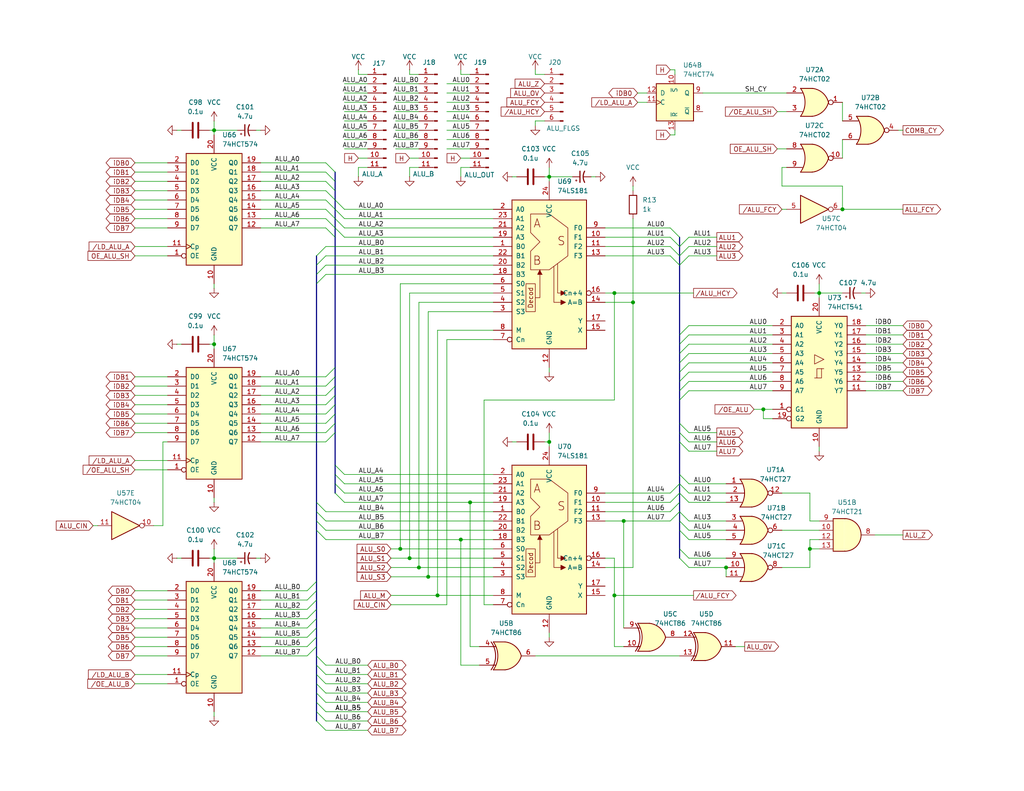
<source format=kicad_sch>
(kicad_sch (version 20250114) (generator "eeschema") (generator_version "9.0")
  (paper "A")
  (title_block (title "TTL 6510 Computer") (date "2025-10-20") (rev "B") (company "Stefan Warnke") (comment 9 "CPU_6502_Opcodes.txt"))
  (junction (at 223.52 80.01))
  (junction (at 119.38 162.56))
  (junction (at 167.64 80.01))
  (junction (at 111.76 152.4))
  (junction (at 128.27 137.16))
  (junction (at 125.73 147.32))
  (junction (at 58.42 93.98))
  (junction (at 220.98 149.86))
  (junction (at 198.12 154.94))
  (junction (at 114.3 154.94))
  (junction (at 58.42 35.56))
  (junction (at 172.72 82.55))
  (junction (at 170.18 142.24))
  (junction (at 167.64 162.56))
  (junction (at 149.86 120.65))
  (junction (at 58.42 152.4))
  (junction (at 116.84 157.48))
  (junction (at 229.87 57.15))
  (junction (at 109.22 149.86))
  (junction (at 149.86 48.26))
  (junction (at 208.28 111.76))
  (bus_entry (at 88.9 118.11) (size 2.54 -2.54))
  (bus_entry (at 185.42 149.86) (size 2.54 2.54))
  (bus_entry (at 88.9 110.49) (size 2.54 -2.54))
  (bus_entry (at 91.44 57.15) (size 2.54 2.54))
  (bus_entry (at 86.36 184.15) (size 2.54 2.54))
  (bus_entry (at 185.42 134.62) (size 2.54 2.54))
  (bus_entry (at 86.36 74.93) (size 2.54 -2.54))
  (bus_entry (at 91.44 62.23) (size 2.54 2.54))
  (bus_entry (at 88.9 107.95) (size 2.54 -2.54))
  (bus_entry (at 88.9 147.32) (size -2.54 -2.54))
  (bus_entry (at 88.9 139.7) (size -2.54 -2.54))
  (bus_entry (at 91.44 59.69) (size 2.54 2.54))
  (bus_entry (at 91.44 134.62) (size 2.54 2.54))
  (bus_entry (at 88.9 120.65) (size 2.54 -2.54))
  (bus_entry (at 86.36 181.61) (size 2.54 2.54))
  (bus_entry (at 88.9 49.53) (size 2.54 2.54))
  (bus_entry (at 185.42 93.98) (size 2.54 -2.54))
  (bus_entry (at 88.9 59.69) (size 2.54 2.54))
  (bus_entry (at 182.88 67.31) (size 2.54 2.54))
  (bus_entry (at 86.36 179.07) (size 2.54 2.54))
  (bus_entry (at 185.42 152.4) (size 2.54 2.54))
  (bus_entry (at 83.82 179.07) (size 2.54 -2.54))
  (bus_entry (at 88.9 102.87) (size 2.54 -2.54))
  (bus_entry (at 88.9 46.99) (size 2.54 2.54))
  (bus_entry (at 83.82 168.91) (size 2.54 -2.54))
  (bus_entry (at 86.36 191.77) (size 2.54 2.54))
  (bus_entry (at 83.82 163.83) (size 2.54 -2.54))
  (bus_entry (at 182.88 62.23) (size 2.54 2.54))
  (bus_entry (at 182.88 64.77) (size 2.54 2.54))
  (bus_entry (at 91.44 54.61) (size 2.54 2.54))
  (bus_entry (at 88.9 144.78) (size -2.54 -2.54))
  (bus_entry (at 86.36 186.69) (size 2.54 2.54))
  (bus_entry (at 185.42 72.39) (size 2.54 -2.54))
  (bus_entry (at 185.42 91.44) (size 2.54 -2.54))
  (bus_entry (at 185.42 129.54) (size 2.54 2.54))
  (bus_entry (at 91.44 132.08) (size 2.54 2.54))
  (bus_entry (at 83.82 176.53) (size 2.54 -2.54))
  (bus_entry (at 182.88 142.24) (size 2.54 -2.54))
  (bus_entry (at 86.36 77.47) (size 2.54 -2.54))
  (bus_entry (at 185.42 144.78) (size 2.54 2.54))
  (bus_entry (at 86.36 196.85) (size 2.54 2.54))
  (bus_entry (at 182.88 134.62) (size 2.54 -2.54))
  (bus_entry (at 185.42 67.31) (size 2.54 -2.54))
  (bus_entry (at 185.42 101.6) (size 2.54 -2.54))
  (bus_entry (at 185.42 142.24) (size 2.54 2.54))
  (bus_entry (at 83.82 161.29) (size 2.54 -2.54))
  (bus_entry (at 185.42 115.57) (size 2.54 2.54))
  (bus_entry (at 88.9 54.61) (size 2.54 2.54))
  (bus_entry (at 88.9 52.07) (size 2.54 2.54))
  (bus_entry (at 86.36 72.39) (size 2.54 -2.54))
  (bus_entry (at 88.9 113.03) (size 2.54 -2.54))
  (bus_entry (at 185.42 104.14) (size 2.54 -2.54))
  (bus_entry (at 182.88 69.85) (size 2.54 2.54))
  (bus_entry (at 83.82 171.45) (size 2.54 -2.54))
  (bus_entry (at 91.44 127) (size 2.54 2.54))
  (bus_entry (at 185.42 118.11) (size 2.54 2.54))
  (bus_entry (at 83.82 166.37) (size 2.54 -2.54))
  (bus_entry (at 185.42 106.68) (size 2.54 -2.54))
  (bus_entry (at 86.36 194.31) (size 2.54 2.54))
  (bus_entry (at 86.36 69.85) (size 2.54 -2.54))
  (bus_entry (at 88.9 105.41) (size 2.54 -2.54))
  (bus_entry (at 88.9 44.45) (size 2.54 2.54))
  (bus_entry (at 88.9 62.23) (size 2.54 2.54))
  (bus_entry (at 86.36 189.23) (size 2.54 2.54))
  (bus_entry (at 182.88 139.7) (size 2.54 -2.54))
  (bus_entry (at 185.42 139.7) (size 2.54 2.54))
  (bus_entry (at 185.42 109.22) (size 2.54 -2.54))
  (bus_entry (at 185.42 99.06) (size 2.54 -2.54))
  (bus_entry (at 185.42 120.65) (size 2.54 2.54))
  (bus_entry (at 88.9 115.57) (size 2.54 -2.54))
  (bus_entry (at 185.42 96.52) (size 2.54 -2.54))
  (bus_entry (at 182.88 137.16) (size 2.54 -2.54))
  (bus_entry (at 88.9 57.15) (size 2.54 2.54))
  (bus_entry (at 88.9 142.24) (size -2.54 -2.54))
  (bus_entry (at 185.42 132.08) (size 2.54 2.54))
  (bus_entry (at 83.82 173.99) (size 2.54 -2.54))
  (bus_entry (at 185.42 69.85) (size 2.54 -2.54))
  (bus_entry (at 91.44 129.54) (size 2.54 2.54))
  (bus (pts (xy 91.44 118.11) (xy 91.44 127)))
  (wire (pts (xy 165.1 64.77) (xy 182.88 64.77)))
  (wire (pts (xy 88.9 196.85) (xy 100.33 196.85)))
  (bus (pts (xy 86.36 168.91) (xy 86.36 171.45)))
  (wire (pts (xy 71.12 57.15) (xy 88.9 57.15)))
  (wire (pts (xy 132.08 109.22) (xy 132.08 165.1)))
  (wire (pts (xy 100.33 33.02) (xy 93.98 33.02)))
  (wire (pts (xy 88.9 186.69) (xy 100.33 186.69)))
  (wire (pts (xy 187.96 134.62) (xy 198.12 134.62)))
  (wire (pts (xy 114.3 20.32) (xy 111.76 20.32)))
  (wire (pts (xy 93.98 129.54) (xy 134.62 129.54)))
  (wire (pts (xy 220.98 147.32) (xy 220.98 149.86)))
  (wire (pts (xy 36.83 118.11) (xy 45.72 118.11)))
  (bus (pts (xy 185.42 69.85) (xy 185.42 72.39)))
  (wire (pts (xy 36.83 46.99) (xy 45.72 46.99)))
  (wire (pts (xy 48.26 93.98) (xy 49.53 93.98)))
  (wire (pts (xy 88.9 72.39) (xy 134.62 72.39)))
  (bus (pts (xy 185.42 104.14) (xy 185.42 106.68)))
  (bus (pts (xy 91.44 52.07) (xy 91.44 54.61)))
  (wire (pts (xy 58.42 35.56) (xy 58.42 36.83)))
  (bus (pts (xy 185.42 139.7) (xy 185.42 142.24)))
  (wire (pts (xy 93.98 62.23) (xy 134.62 62.23)))
  (wire (pts (xy 165.1 154.94) (xy 172.72 154.94)))
  (wire (pts (xy 88.9 181.61) (xy 100.33 181.61)))
  (bus (pts (xy 86.36 181.61) (xy 86.36 184.15)))
  (bus (pts (xy 185.42 93.98) (xy 185.42 96.52)))
  (bus (pts (xy 91.44 115.57) (xy 91.44 118.11)))
  (wire (pts (xy 57.15 93.98) (xy 58.42 93.98)))
  (wire (pts (xy 106.68 152.4) (xy 111.76 152.4)))
  (wire (pts (xy 88.9 184.15) (xy 100.33 184.15)))
  (wire (pts (xy 198.12 154.94) (xy 198.12 157.48)))
  (wire (pts (xy 161.29 48.26) (xy 162.56 48.26)))
  (wire (pts (xy 128.27 38.1) (xy 121.92 38.1)))
  (wire (pts (xy 100.33 20.32) (xy 97.79 20.32)))
  (wire (pts (xy 93.98 64.77) (xy 134.62 64.77)))
  (wire (pts (xy 36.83 62.23) (xy 45.72 62.23)))
  (wire (pts (xy 88.9 199.39) (xy 100.33 199.39)))
  (wire (pts (xy 114.3 43.18) (xy 111.76 43.18)))
  (wire (pts (xy 182.88 19.05) (xy 184.15 19.05)))
  (wire (pts (xy 223.52 77.47) (xy 223.52 80.01)))
  (wire (pts (xy 71.12 107.95) (xy 88.9 107.95)))
  (wire (pts (xy 71.12 168.91) (xy 83.82 168.91)))
  (wire (pts (xy 71.12 115.57) (xy 88.9 115.57)))
  (wire (pts (xy 125.73 147.32) (xy 125.73 181.61)))
  (wire (pts (xy 128.27 22.86) (xy 121.92 22.86)))
  (wire (pts (xy 223.52 147.32) (xy 220.98 147.32)))
  (wire (pts (xy 88.9 191.77) (xy 100.33 191.77)))
  (wire (pts (xy 213.36 45.72) (xy 213.36 50.8)))
  (wire (pts (xy 36.83 179.07) (xy 45.72 179.07)))
  (bus (pts (xy 86.36 171.45) (xy 86.36 173.99)))
  (bus (pts (xy 86.36 179.07) (xy 86.36 181.61)))
  (bus (pts (xy 185.42 99.06) (xy 185.42 101.6)))
  (wire (pts (xy 134.62 157.48) (xy 116.84 157.48)))
  (wire (pts (xy 36.83 44.45) (xy 45.72 44.45)))
  (bus (pts (xy 86.36 189.23) (xy 86.36 191.77)))
  (wire (pts (xy 36.83 105.41) (xy 45.72 105.41)))
  (wire (pts (xy 57.15 35.56) (xy 58.42 35.56)))
  (wire (pts (xy 114.3 154.94) (xy 134.62 154.94)))
  (wire (pts (xy 236.22 96.52) (xy 246.38 96.52)))
  (wire (pts (xy 71.12 176.53) (xy 83.82 176.53)))
  (wire (pts (xy 146.05 33.02) (xy 146.05 34.29)))
  (wire (pts (xy 71.12 179.07) (xy 83.82 179.07)))
  (wire (pts (xy 36.83 163.83) (xy 45.72 163.83)))
  (wire (pts (xy 128.27 40.64) (xy 121.92 40.64)))
  (bus (pts (xy 185.42 134.62) (xy 185.42 137.16)))
  (wire (pts (xy 134.62 82.55) (xy 114.3 82.55)))
  (wire (pts (xy 149.86 120.65) (xy 149.86 121.92)))
  (wire (pts (xy 100.33 22.86) (xy 93.98 22.86)))
  (bus (pts (xy 91.44 46.99) (xy 91.44 49.53)))
  (wire (pts (xy 88.9 144.78) (xy 134.62 144.78)))
  (wire (pts (xy 220.98 149.86) (xy 223.52 149.86)))
  (wire (pts (xy 71.12 113.03) (xy 88.9 113.03)))
  (wire (pts (xy 187.96 144.78) (xy 198.12 144.78)))
  (wire (pts (xy 88.9 139.7) (xy 134.62 139.7)))
  (wire (pts (xy 222.25 80.01) (xy 223.52 80.01)))
  (bus (pts (xy 185.42 109.22) (xy 185.42 115.57)))
  (bus (pts (xy 91.44 64.77) (xy 91.44 62.23)))
  (wire (pts (xy 71.12 163.83) (xy 83.82 163.83)))
  (wire (pts (xy 100.33 35.56) (xy 93.98 35.56)))
  (wire (pts (xy 69.85 152.4) (xy 71.12 152.4)))
  (bus (pts (xy 91.44 102.87) (xy 91.44 105.41)))
  (wire (pts (xy 187.96 69.85) (xy 195.58 69.85)))
  (wire (pts (xy 170.18 142.24) (xy 170.18 171.45)))
  (wire (pts (xy 71.12 105.41) (xy 88.9 105.41)))
  (wire (pts (xy 36.83 57.15) (xy 45.72 57.15)))
  (wire (pts (xy 187.96 88.9) (xy 210.82 88.9)))
  (wire (pts (xy 109.22 149.86) (xy 134.62 149.86)))
  (wire (pts (xy 173.99 27.94) (xy 176.53 27.94)))
  (wire (pts (xy 36.83 186.69) (xy 45.72 186.69)))
  (wire (pts (xy 109.22 77.47) (xy 109.22 149.86)))
  (bus (pts (xy 185.42 64.77) (xy 185.42 67.31)))
  (wire (pts (xy 128.27 43.18) (xy 125.73 43.18)))
  (wire (pts (xy 97.79 20.32) (xy 97.79 19.05)))
  (wire (pts (xy 88.9 147.32) (xy 125.73 147.32)))
  (bus (pts (xy 86.36 184.15) (xy 86.36 186.69)))
  (bus (pts (xy 86.36 173.99) (xy 86.36 176.53)))
  (bus (pts (xy 86.36 191.77) (xy 86.36 194.31)))
  (bus (pts (xy 185.42 142.24) (xy 185.42 144.78)))
  (wire (pts (xy 149.86 48.26) (xy 149.86 49.53)))
  (wire (pts (xy 36.83 176.53) (xy 45.72 176.53)))
  (wire (pts (xy 57.15 152.4) (xy 58.42 152.4)))
  (wire (pts (xy 236.22 104.14) (xy 246.38 104.14)))
  (wire (pts (xy 44.45 143.51) (xy 41.91 143.51)))
  (wire (pts (xy 208.28 111.76) (xy 208.28 114.3)))
  (wire (pts (xy 114.3 33.02) (xy 107.95 33.02)))
  (wire (pts (xy 149.86 45.72) (xy 149.86 48.26)))
  (wire (pts (xy 167.64 152.4) (xy 167.64 162.56)))
  (wire (pts (xy 229.87 27.94) (xy 229.87 33.02)))
  (wire (pts (xy 36.83 161.29) (xy 45.72 161.29)))
  (bus (pts (xy 91.44 107.95) (xy 91.44 110.49)))
  (wire (pts (xy 114.3 35.56) (xy 107.95 35.56)))
  (wire (pts (xy 149.86 172.72) (xy 149.86 173.99)))
  (wire (pts (xy 134.62 80.01) (xy 111.76 80.01)))
  (wire (pts (xy 187.96 137.16) (xy 198.12 137.16)))
  (bus (pts (xy 91.44 132.08) (xy 91.44 134.62)))
  (wire (pts (xy 139.7 120.65) (xy 140.97 120.65)))
  (wire (pts (xy 184.15 35.56) (xy 184.15 36.83)))
  (wire (pts (xy 58.42 152.4) (xy 58.42 153.67)))
  (wire (pts (xy 88.9 142.24) (xy 134.62 142.24)))
  (wire (pts (xy 88.9 69.85) (xy 134.62 69.85)))
  (wire (pts (xy 71.12 46.99) (xy 88.9 46.99)))
  (wire (pts (xy 97.79 45.72) (xy 97.79 48.26)))
  (wire (pts (xy 116.84 85.09) (xy 134.62 85.09)))
  (wire (pts (xy 125.73 20.32) (xy 125.73 19.05)))
  (wire (pts (xy 88.9 67.31) (xy 134.62 67.31)))
  (wire (pts (xy 106.68 162.56) (xy 119.38 162.56)))
  (wire (pts (xy 187.96 154.94) (xy 198.12 154.94)))
  (wire (pts (xy 25.4 143.51) (xy 26.67 143.51)))
  (wire (pts (xy 187.96 96.52) (xy 210.82 96.52)))
  (wire (pts (xy 48.26 152.4) (xy 49.53 152.4)))
  (wire (pts (xy 187.96 106.68) (xy 210.82 106.68)))
  (wire (pts (xy 170.18 142.24) (xy 182.88 142.24)))
  (wire (pts (xy 212.09 30.48) (xy 214.63 30.48)))
  (wire (pts (xy 187.96 99.06) (xy 210.82 99.06)))
  (wire (pts (xy 149.86 100.33) (xy 149.86 101.6)))
  (bus (pts (xy 185.42 132.08) (xy 185.42 134.62)))
  (bus (pts (xy 185.42 101.6) (xy 185.42 104.14)))
  (wire (pts (xy 165.1 80.01) (xy 167.64 80.01)))
  (wire (pts (xy 88.9 194.31) (xy 100.33 194.31)))
  (wire (pts (xy 167.64 162.56) (xy 167.64 176.53)))
  (wire (pts (xy 187.96 101.6) (xy 210.82 101.6)))
  (wire (pts (xy 71.12 44.45) (xy 88.9 44.45)))
  (bus (pts (xy 91.44 54.61) (xy 91.44 57.15)))
  (wire (pts (xy 167.64 162.56) (xy 189.23 162.56)))
  (bus (pts (xy 86.36 139.7) (xy 86.36 142.24)))
  (wire (pts (xy 125.73 147.32) (xy 134.62 147.32)))
  (bus (pts (xy 86.36 77.47) (xy 86.36 137.16)))
  (wire (pts (xy 167.64 109.22) (xy 132.08 109.22)))
  (bus (pts (xy 91.44 127) (xy 91.44 129.54)))
  (wire (pts (xy 58.42 194.31) (xy 58.42 195.58)))
  (wire (pts (xy 165.1 62.23) (xy 182.88 62.23)))
  (wire (pts (xy 187.96 142.24) (xy 198.12 142.24)))
  (wire (pts (xy 203.2 176.53) (xy 200.66 176.53)))
  (bus (pts (xy 86.36 161.29) (xy 86.36 163.83)))
  (wire (pts (xy 184.15 19.05) (xy 184.15 20.32)))
  (bus (pts (xy 91.44 64.77) (xy 91.44 100.33)))
  (wire (pts (xy 139.7 48.26) (xy 140.97 48.26)))
  (wire (pts (xy 100.33 38.1) (xy 93.98 38.1)))
  (wire (pts (xy 220.98 149.86) (xy 220.98 154.94)))
  (wire (pts (xy 36.83 128.27) (xy 45.72 128.27)))
  (wire (pts (xy 223.52 80.01) (xy 229.87 80.01)))
  (wire (pts (xy 134.62 92.71) (xy 121.92 92.71)))
  (wire (pts (xy 93.98 132.08) (xy 134.62 132.08)))
  (wire (pts (xy 88.9 189.23) (xy 100.33 189.23)))
  (wire (pts (xy 146.05 179.07) (xy 185.42 179.07)))
  (wire (pts (xy 236.22 88.9) (xy 246.38 88.9)))
  (wire (pts (xy 134.62 90.17) (xy 119.38 90.17)))
  (wire (pts (xy 36.83 113.03) (xy 45.72 113.03)))
  (wire (pts (xy 172.72 59.69) (xy 172.72 82.55)))
  (wire (pts (xy 125.73 181.61) (xy 130.81 181.61)))
  (wire (pts (xy 100.33 30.48) (xy 93.98 30.48)))
  (wire (pts (xy 71.12 52.07) (xy 88.9 52.07)))
  (wire (pts (xy 187.96 64.77) (xy 195.58 64.77)))
  (wire (pts (xy 146.05 20.32) (xy 146.05 19.05)))
  (wire (pts (xy 36.83 49.53) (xy 45.72 49.53)))
  (wire (pts (xy 223.52 121.92) (xy 223.52 123.19)))
  (wire (pts (xy 128.27 30.48) (xy 121.92 30.48)))
  (wire (pts (xy 187.96 91.44) (xy 210.82 91.44)))
  (wire (pts (xy 116.84 157.48) (xy 116.84 85.09)))
  (wire (pts (xy 114.3 30.48) (xy 107.95 30.48)))
  (wire (pts (xy 45.72 120.65) (xy 44.45 120.65)))
  (bus (pts (xy 185.42 120.65) (xy 185.42 129.54)))
  (wire (pts (xy 148.59 20.32) (xy 146.05 20.32)))
  (wire (pts (xy 111.76 20.32) (xy 111.76 19.05)))
  (wire (pts (xy 187.96 118.11) (xy 195.58 118.11)))
  (wire (pts (xy 114.3 45.72) (xy 111.76 45.72)))
  (bus (pts (xy 185.42 72.39) (xy 185.42 91.44)))
  (bus (pts (xy 185.42 118.11) (xy 185.42 120.65)))
  (wire (pts (xy 165.1 137.16) (xy 182.88 137.16)))
  (wire (pts (xy 106.68 165.1) (xy 121.92 165.1)))
  (wire (pts (xy 173.99 25.4) (xy 176.53 25.4)))
  (wire (pts (xy 114.3 27.94) (xy 107.95 27.94)))
  (wire (pts (xy 36.83 166.37) (xy 45.72 166.37)))
  (bus (pts (xy 185.42 91.44) (xy 185.42 93.98)))
  (bus (pts (xy 86.36 144.78) (xy 86.36 142.24)))
  (wire (pts (xy 187.96 147.32) (xy 198.12 147.32)))
  (bus (pts (xy 86.36 166.37) (xy 86.36 168.91)))
  (wire (pts (xy 88.9 74.93) (xy 134.62 74.93)))
  (wire (pts (xy 121.92 92.71) (xy 121.92 165.1)))
  (wire (pts (xy 71.12 110.49) (xy 88.9 110.49)))
  (wire (pts (xy 93.98 134.62) (xy 134.62 134.62)))
  (wire (pts (xy 71.12 59.69) (xy 88.9 59.69)))
  (wire (pts (xy 165.1 142.24) (xy 170.18 142.24)))
  (wire (pts (xy 114.3 22.86) (xy 107.95 22.86)))
  (wire (pts (xy 111.76 45.72) (xy 111.76 48.26)))
  (wire (pts (xy 114.3 82.55) (xy 114.3 154.94)))
  (wire (pts (xy 119.38 162.56) (xy 134.62 162.56)))
  (wire (pts (xy 44.45 120.65) (xy 44.45 143.51)))
  (wire (pts (xy 187.96 132.08) (xy 198.12 132.08)))
  (wire (pts (xy 71.12 161.29) (xy 83.82 161.29)))
  (wire (pts (xy 100.33 45.72) (xy 97.79 45.72)))
  (wire (pts (xy 236.22 101.6) (xy 246.38 101.6)))
  (wire (pts (xy 245.11 35.56) (xy 246.38 35.56)))
  (bus (pts (xy 185.42 129.54) (xy 185.42 132.08)))
  (wire (pts (xy 71.12 54.61) (xy 88.9 54.61)))
  (wire (pts (xy 223.52 80.01) (xy 223.52 81.28)))
  (wire (pts (xy 71.12 173.99) (xy 83.82 173.99)))
  (bus (pts (xy 86.36 176.53) (xy 86.36 179.07)))
  (wire (pts (xy 165.1 152.4) (xy 167.64 152.4)))
  (wire (pts (xy 128.27 33.02) (xy 121.92 33.02)))
  (bus (pts (xy 86.36 69.85) (xy 86.36 72.39)))
  (wire (pts (xy 71.12 62.23) (xy 88.9 62.23)))
  (wire (pts (xy 146.05 33.02) (xy 148.59 33.02)))
  (wire (pts (xy 220.98 142.24) (xy 223.52 142.24)))
  (bus (pts (xy 185.42 149.86) (xy 185.42 152.4)))
  (bus (pts (xy 91.44 100.33) (xy 91.44 102.87)))
  (wire (pts (xy 36.83 125.73) (xy 45.72 125.73)))
  (bus (pts (xy 86.36 144.78) (xy 86.36 158.75)))
  (bus (pts (xy 91.44 57.15) (xy 91.44 59.69)))
  (wire (pts (xy 93.98 137.16) (xy 128.27 137.16)))
  (wire (pts (xy 172.72 82.55) (xy 172.72 154.94)))
  (bus (pts (xy 91.44 59.69) (xy 91.44 62.23)))
  (wire (pts (xy 58.42 149.86) (xy 58.42 152.4)))
  (wire (pts (xy 187.96 93.98) (xy 210.82 93.98)))
  (wire (pts (xy 100.33 43.18) (xy 97.79 43.18)))
  (wire (pts (xy 229.87 57.15) (xy 246.38 57.15)))
  (wire (pts (xy 236.22 93.98) (xy 246.38 93.98)))
  (wire (pts (xy 36.83 52.07) (xy 45.72 52.07)))
  (wire (pts (xy 134.62 77.47) (xy 109.22 77.47)))
  (wire (pts (xy 71.12 102.87) (xy 88.9 102.87)))
  (wire (pts (xy 148.59 120.65) (xy 149.86 120.65)))
  (wire (pts (xy 128.27 176.53) (xy 128.27 137.16)))
  (bus (pts (xy 91.44 113.03) (xy 91.44 115.57)))
  (wire (pts (xy 58.42 33.02) (xy 58.42 35.56)))
  (wire (pts (xy 111.76 80.01) (xy 111.76 152.4)))
  (wire (pts (xy 58.42 35.56) (xy 64.77 35.56)))
  (wire (pts (xy 213.36 45.72) (xy 214.63 45.72)))
  (wire (pts (xy 165.1 82.55) (xy 172.72 82.55)))
  (wire (pts (xy 58.42 91.44) (xy 58.42 93.98)))
  (wire (pts (xy 165.1 134.62) (xy 182.88 134.62)))
  (wire (pts (xy 128.27 27.94) (xy 121.92 27.94)))
  (wire (pts (xy 128.27 137.16) (xy 134.62 137.16)))
  (wire (pts (xy 236.22 106.68) (xy 246.38 106.68)))
  (wire (pts (xy 213.36 144.78) (xy 223.52 144.78)))
  (wire (pts (xy 128.27 45.72) (xy 125.73 45.72)))
  (wire (pts (xy 106.68 149.86) (xy 109.22 149.86)))
  (wire (pts (xy 36.83 102.87) (xy 45.72 102.87)))
  (wire (pts (xy 212.09 40.64) (xy 214.63 40.64)))
  (wire (pts (xy 58.42 135.89) (xy 58.42 137.16)))
  (wire (pts (xy 213.36 80.01) (xy 214.63 80.01)))
  (bus (pts (xy 185.42 96.52) (xy 185.42 99.06)))
  (bus (pts (xy 185.42 144.78) (xy 185.42 149.86)))
  (wire (pts (xy 191.77 25.4) (xy 214.63 25.4)))
  (wire (pts (xy 234.95 80.01) (xy 236.22 80.01)))
  (wire (pts (xy 93.98 59.69) (xy 134.62 59.69)))
  (wire (pts (xy 71.12 171.45) (xy 83.82 171.45)))
  (wire (pts (xy 128.27 20.32) (xy 125.73 20.32)))
  (bus (pts (xy 86.36 74.93) (xy 86.36 77.47)))
  (wire (pts (xy 187.96 67.31) (xy 195.58 67.31)))
  (wire (pts (xy 148.59 48.26) (xy 149.86 48.26)))
  (wire (pts (xy 213.36 134.62) (xy 220.98 134.62)))
  (bus (pts (xy 185.42 67.31) (xy 185.42 69.85)))
  (wire (pts (xy 149.86 48.26) (xy 156.21 48.26)))
  (wire (pts (xy 165.1 69.85) (xy 182.88 69.85)))
  (bus (pts (xy 86.36 158.75) (xy 86.36 161.29)))
  (bus (pts (xy 86.36 137.16) (xy 86.36 139.7)))
  (wire (pts (xy 220.98 134.62) (xy 220.98 142.24)))
  (wire (pts (xy 167.64 80.01) (xy 189.23 80.01)))
  (wire (pts (xy 213.36 57.15) (xy 214.63 57.15)))
  (wire (pts (xy 36.83 107.95) (xy 45.72 107.95)))
  (wire (pts (xy 71.12 120.65) (xy 88.9 120.65)))
  (wire (pts (xy 165.1 67.31) (xy 182.88 67.31)))
  (wire (pts (xy 114.3 40.64) (xy 107.95 40.64)))
  (wire (pts (xy 165.1 139.7) (xy 182.88 139.7)))
  (wire (pts (xy 36.83 168.91) (xy 45.72 168.91)))
  (wire (pts (xy 100.33 25.4) (xy 93.98 25.4)))
  (wire (pts (xy 36.83 173.99) (xy 45.72 173.99)))
  (wire (pts (xy 236.22 91.44) (xy 246.38 91.44)))
  (wire (pts (xy 111.76 152.4) (xy 134.62 152.4)))
  (wire (pts (xy 130.81 176.53) (xy 128.27 176.53)))
  (wire (pts (xy 36.83 184.15) (xy 45.72 184.15)))
  (wire (pts (xy 149.86 118.11) (xy 149.86 120.65)))
  (wire (pts (xy 187.96 120.65) (xy 195.58 120.65)))
  (wire (pts (xy 229.87 50.8) (xy 229.87 57.15)))
  (wire (pts (xy 172.72 50.8) (xy 172.72 52.07)))
  (wire (pts (xy 236.22 99.06) (xy 246.38 99.06)))
  (bus (pts (xy 91.44 49.53) (xy 91.44 52.07)))
  (wire (pts (xy 36.83 59.69) (xy 45.72 59.69)))
  (wire (pts (xy 93.98 57.15) (xy 134.62 57.15)))
  (wire (pts (xy 132.08 165.1) (xy 134.62 165.1)))
  (wire (pts (xy 208.28 114.3) (xy 210.82 114.3)))
  (wire (pts (xy 36.83 171.45) (xy 45.72 171.45)))
  (bus (pts (xy 185.42 115.57) (xy 185.42 118.11)))
  (wire (pts (xy 106.68 154.94) (xy 114.3 154.94)))
  (bus (pts (xy 185.42 106.68) (xy 185.42 109.22)))
  (wire (pts (xy 210.82 111.76) (xy 208.28 111.76)))
  (wire (pts (xy 36.83 115.57) (xy 45.72 115.57)))
  (bus (pts (xy 86.36 163.83) (xy 86.36 166.37)))
  (wire (pts (xy 187.96 104.14) (xy 210.82 104.14)))
  (wire (pts (xy 71.12 49.53) (xy 88.9 49.53)))
  (wire (pts (xy 36.83 110.49) (xy 45.72 110.49)))
  (wire (pts (xy 58.42 152.4) (xy 64.77 152.4)))
  (wire (pts (xy 182.88 36.83) (xy 184.15 36.83)))
  (wire (pts (xy 205.74 111.76) (xy 208.28 111.76)))
  (wire (pts (xy 238.76 146.05) (xy 246.38 146.05)))
  (wire (pts (xy 213.36 154.94) (xy 220.98 154.94)))
  (wire (pts (xy 170.18 176.53) (xy 167.64 176.53)))
  (wire (pts (xy 106.68 157.48) (xy 116.84 157.48)))
  (wire (pts (xy 119.38 90.17) (xy 119.38 162.56)))
  (bus (pts (xy 86.36 186.69) (xy 86.36 189.23)))
  (wire (pts (xy 71.12 166.37) (xy 83.82 166.37)))
  (wire (pts (xy 187.96 123.19) (xy 195.58 123.19)))
  (wire (pts (xy 114.3 25.4) (xy 107.95 25.4)))
  (wire (pts (xy 36.83 69.85) (xy 45.72 69.85)))
  (wire (pts (xy 128.27 25.4) (xy 121.92 25.4)))
  (wire (pts (xy 114.3 38.1) (xy 107.95 38.1)))
  (bus (pts (xy 91.44 110.49) (xy 91.44 113.03)))
  (wire (pts (xy 100.33 27.94) (xy 93.98 27.94)))
  (wire (pts (xy 229.87 38.1) (xy 229.87 43.18)))
  (wire (pts (xy 36.83 67.31) (xy 45.72 67.31)))
  (wire (pts (xy 69.85 35.56) (xy 71.12 35.56)))
  (bus (pts (xy 91.44 129.54) (xy 91.44 132.08)))
  (bus (pts (xy 91.44 105.41) (xy 91.44 107.95)))
  (wire (pts (xy 187.96 152.4) (xy 198.12 152.4)))
  (wire (pts (xy 48.26 35.56) (xy 49.53 35.56)))
  (bus (pts (xy 185.42 137.16) (xy 185.42 139.7)))
  (wire (pts (xy 36.83 54.61) (xy 45.72 54.61)))
  (bus (pts (xy 86.36 194.31) (xy 86.36 196.85)))
  (wire (pts (xy 167.64 80.01) (xy 167.64 109.22)))
  (wire (pts (xy 71.12 118.11) (xy 88.9 118.11)))
  (bus (pts (xy 86.36 72.39) (xy 86.36 74.93)))
  (wire (pts (xy 100.33 40.64) (xy 93.98 40.64)))
  (wire (pts (xy 213.36 50.8) (xy 229.87 50.8)))
  (wire (pts (xy 58.42 77.47) (xy 58.42 78.74)))
  (wire (pts (xy 58.42 93.98) (xy 58.42 95.25)))
  (wire (pts (xy 128.27 35.56) (xy 121.92 35.56)))
  (wire (pts (xy 125.73 45.72) (xy 125.73 48.26)))
  (label "iDB1" (at 238.76 91.44 0))
  (label "ALU_A3" (at 100.33 30.48 180))
  (label "ALU_A0" (at 74.93 44.45 0))
  (label "ALU6" (at 189.23 120.65 0))
  (label "ALU_A5" (at 97.79 132.08 0))
  (label "ALU_B1" (at 114.3 25.4 180))
  (label "ALU3" (at 189.23 69.85 0))
  (label "ALU2" (at 128.27 27.94 180))
  (label "ALU_A0" (at 74.93 102.87 0))
  (label "ALU_B3" (at 97.79 74.93 0))
  (label "iDB5" (at 238.76 101.6 0))
  (label "ALU_A7" (at 100.33 40.64 180))
  (label "ALU_B4" (at 97.79 139.7 0))
  (label "ALU_A1" (at 74.93 46.99 0))
  (label "ALU_A3" (at 74.93 110.49 0))
  (label "ALU1" (at 204.47 91.44 0))
  (label "ALU6" (at 128.27 38.1 180))
  (label "ALU_A6" (at 74.93 59.69 0))
  (label "ALU_B5" (at 97.79 142.24 0))
  (label "ALU_B6" (at 97.79 144.78 0))
  (label "ALU3" (at 176.53 69.85 0))
  (label "ALU_A7" (at 74.93 62.23 0))
  (label "ALU7" (at 176.53 142.24 0))
  (label "ALU_B4" (at 74.93 171.45 0))
  (label "ALU2" (at 189.23 137.16 0))
  (label "ALU6" (at 204.47 104.14 0))
  (label "ALU_A1" (at 74.93 105.41 0))
  (label "ALU4" (at 128.27 33.02 180))
  (label "ALU_A1" (at 97.79 59.69 0))
  (label "ALU_B1" (at 91.44 184.15 0))
  (label "ALU_B3" (at 91.44 189.23 0))
  (label "ALU_B6" (at 91.44 196.85 0))
  (label "ALU_A5" (at 74.93 57.15 0))
  (label "ALU_A0" (at 100.33 22.86 180))
  (label "ALU5" (at 204.47 101.6 0))
  (label "ALU_A7" (at 74.93 120.65 0))
  (label "ALU_B5" (at 91.44 194.31 0))
  (label "ALU5" (at 189.23 147.32 0))
  (label "ALU0" (at 189.23 132.08 0))
  (label "ALU_B6" (at 74.93 176.53 0))
  (label "ALU_A2" (at 74.93 49.53 0))
  (label "ALU7" (at 204.47 106.68 0))
  (label "ALU6" (at 176.53 139.7 0))
  (label "ALU_A5" (at 100.33 35.56 180))
  (label "ALU3" (at 189.23 142.24 0))
  (label "ALU4" (at 204.47 99.06 0))
  (label "ALU_B3" (at 74.93 168.91 0))
  (label "ALU_A6" (at 74.93 118.11 0))
  (label "ALU_A7" (at 97.79 137.16 0))
  (label "ALU5" (at 128.27 35.56 180))
  (label "ALU5" (at 176.53 137.16 0))
  (label "ALU2" (at 189.23 67.31 0))
  (label "ALU_A6" (at 100.33 38.1 180))
  (label "ALU3" (at 204.47 96.52 0))
  (label "ALU4" (at 176.53 134.62 0))
  (label "ALU2" (at 204.47 93.98 0))
  (label "ALU_B1" (at 74.93 163.83 0))
  (label "ALU_B7" (at 74.93 179.07 0))
  (label "ALU5" (at 189.23 118.11 0))
  (label "ALU_A4" (at 74.93 113.03 0))
  (label "ALU_B7" (at 91.44 199.39 0))
  (label "ALU_A2" (at 97.79 62.23 0))
  (label "iDB6" (at 238.76 104.14 0))
  (label "ALU_A2" (at 74.93 107.95 0))
  (label "ALU0" (at 128.27 22.86 180))
  (label "ALU_B2" (at 114.3 27.94 180))
  (label "iDB3" (at 238.76 96.52 0))
  (label "ALU1" (at 189.23 64.77 0))
  (label "ALU_B5" (at 114.3 35.56 180))
  (label "ALU_B5" (at 74.93 173.99 0))
  (label "ALU_A4" (at 97.79 129.54 0))
  (label "ALU3" (at 128.27 30.48 180))
  (label "ALU_B6" (at 114.3 38.1 180))
  (label "ALU4" (at 189.23 144.78 0))
  (label "ALU0" (at 176.53 62.23 0))
  (label "iDB7" (at 238.76 106.68 0))
  (label "ALU_B1" (at 97.79 69.85 0))
  (label "ALU_A4" (at 74.93 54.61 0))
  (label "ALU_A5" (at 74.93 115.57 0))
  (label "ALU_B0" (at 114.3 22.86 180))
  (label "ALU_B2" (at 97.79 72.39 0))
  (label "ALU0" (at 204.47 88.9 0))
  (label "ALU7" (at 189.23 154.94 0))
  (label "iDB2" (at 238.76 93.98 0))
  (label "ALU_A3" (at 97.79 64.77 0))
  (label "ALU_B2" (at 74.93 166.37 0))
  (label "ALU1" (at 128.27 25.4 180))
  (label "ALU_B7" (at 114.3 40.64 180))
  (label "ALU6" (at 189.23 152.4 0))
  (label "ALU_A1" (at 100.33 25.4 180))
  (label "ALU_A0" (at 97.79 57.15 0))
  (label "iDB4" (at 238.76 99.06 0))
  (label "ALU7" (at 128.27 40.64 180))
  (label "ALU_A3" (at 74.93 52.07 0))
  (label "ALU_B7" (at 97.79 147.32 0))
  (label "ALU2" (at 176.53 67.31 0))
  (label "ALU_B0" (at 97.79 67.31 0))
  (label "ALU_A4" (at 100.33 33.02 180))
  (label "ALU1" (at 189.23 134.62 0))
  (label "ALU_B3" (at 114.3 30.48 180))
  (label "ALU_A2" (at 100.33 27.94 180))
  (label "iDB0" (at 238.76 88.9 0))
  (label "ALU_B4" (at 91.44 191.77 0))
  (label "ALU_B0" (at 91.44 181.61 0))
  (label "ALU_B2" (at 91.44 186.69 0))
  (label "SH_CY" (at 203.2 25.4 0))
  (label "ALU7" (at 189.23 123.19 0))
  (label "ALU_B5" (at 91.44 194.31 0))
  (label "ALU_A6" (at 97.79 134.62 0))
  (label "ALU1" (at 176.53 64.77 0))
  (label "ALU_B4" (at 114.3 33.02 180))
  (label "ALU_B0" (at 74.93 161.29 0))
  (global_label "ALU_S3" (shape input) (at 106.68 157.48 180) (effects (font (thickness 0.1588))) (property "Intersheetrefs" "${INTERSHEET_REFS}" (effects (hide yes))))
  (global_label "iDB3" (shape bidirectional) (at 36.83 107.95 180) (property "Intersheetrefs" "${INTERSHEET_REFS}" (effects (hide yes))))
  (global_label "iDB3" (shape bidirectional) (at 36.83 52.07 180) (property "Intersheetrefs" "${INTERSHEET_REFS}" (effects (hide yes))))
  (global_label "DB6" (shape bidirectional) (at 36.83 176.53 180) (property "Intersheetrefs" "${INTERSHEET_REFS}" (effects (hide yes))))
  (global_label "iDB5" (shape bidirectional) (at 36.83 113.03 180) (property "Intersheetrefs" "${INTERSHEET_REFS}" (effects (hide yes))))
  (global_label "iDB7" (shape bidirectional) (at 36.83 62.23 180) (property "Intersheetrefs" "${INTERSHEET_REFS}" (effects (hide yes))))
  (global_label "iDB0" (shape bidirectional) (at 246.38 88.9 0) (property "Intersheetrefs" "${INTERSHEET_REFS}" (effects (hide yes))))
  (global_label "ALU_B7" (shape bidirectional) (at 100.33 199.39 0) (property "Intersheetrefs" "${INTERSHEET_REFS}" (effects (hide yes))))
  (global_label "DB1" (shape bidirectional) (at 36.83 163.83 180) (property "Intersheetrefs" "${INTERSHEET_REFS}" (effects (hide yes))))
  (global_label "ALU_B3" (shape bidirectional) (at 100.33 189.23 0) (property "Intersheetrefs" "${INTERSHEET_REFS}" (effects (hide yes))))
  (global_label "DB7" (shape bidirectional) (at 36.83 179.07 180) (property "Intersheetrefs" "${INTERSHEET_REFS}" (effects (hide yes))))
  (global_label "ALU_B4" (shape bidirectional) (at 100.33 191.77 0) (property "Intersheetrefs" "${INTERSHEET_REFS}" (effects (hide yes))))
  (global_label "iDB6" (shape bidirectional) (at 246.38 104.14 0) (property "Intersheetrefs" "${INTERSHEET_REFS}" (effects (hide yes))))
  (global_label "ALU_B5" (shape bidirectional) (at 100.33 194.31 0) (property "Intersheetrefs" "${INTERSHEET_REFS}" (effects (hide yes))))
  (global_label "iDB4" (shape bidirectional) (at 36.83 54.61 180) (property "Intersheetrefs" "${INTERSHEET_REFS}" (effects (hide yes))))
  (global_label "H" (shape input) (at 182.88 19.05 180) (property "Intersheetrefs" "${INTERSHEET_REFS}" (effects (hide yes))))
  (global_label "iDB0" (shape bidirectional) (at 173.99 25.4 180) (property "Intersheetrefs" "${INTERSHEET_REFS}" (effects (hide yes))))
  (global_label "{slash}OE_ALU_SH" (shape input) (at 36.83 128.27 180) (property "Intersheetrefs" "${INTERSHEET_REFS}" (effects (hide yes))))
  (global_label "{slash}OE_ALU_SH" (shape input) (at 212.09 30.48 180) (property "Intersheetrefs" "${INTERSHEET_REFS}" (effects (hide yes))))
  (global_label "iDB0" (shape bidirectional) (at 36.83 44.45 180) (property "Intersheetrefs" "${INTERSHEET_REFS}" (effects (hide yes))))
  (global_label "iDB1" (shape bidirectional) (at 246.38 91.44 0) (property "Intersheetrefs" "${INTERSHEET_REFS}" (effects (hide yes))))
  (global_label "ALU_OV" (shape output) (at 203.2 176.53 0) (property "Intersheetrefs" "${INTERSHEET_REFS}" (effects (hide yes))))
  (global_label "H" (shape input) (at 97.79 43.18 180) (property "Intersheetrefs" "${INTERSHEET_REFS}" (effects (hide yes))))
  (global_label "DB0" (shape bidirectional) (at 36.83 161.29 180) (property "Intersheetrefs" "${INTERSHEET_REFS}" (effects (hide yes))))
  (global_label "{slash}ALU_HCY" (shape input) (at 148.59 30.48 180) (property "Intersheetrefs" "${INTERSHEET_REFS}" (effects (hide yes))))
  (global_label "COMB_CY" (shape output) (at 246.38 35.56 0) (property "Intersheetrefs" "${INTERSHEET_REFS}" (effects (hide yes))))
  (global_label "iDB5" (shape bidirectional) (at 246.38 101.6 0) (property "Intersheetrefs" "${INTERSHEET_REFS}" (effects (hide yes))))
  (global_label "{slash}LD_ALU_A" (shape input) (at 173.99 27.94 180) (property "Intersheetrefs" "${INTERSHEET_REFS}" (effects (hide yes))))
  (global_label "ALU_B0" (shape bidirectional) (at 100.33 181.61 0) (property "Intersheetrefs" "${INTERSHEET_REFS}" (effects (hide yes))))
  (global_label "ALU_OV" (shape input) (at 148.59 25.4 180) (property "Intersheetrefs" "${INTERSHEET_REFS}" (effects (hide yes))))
  (global_label "{slash}LD_ALU_B" (shape input) (at 36.83 184.15 180) (property "Intersheetrefs" "${INTERSHEET_REFS}" (effects (hide yes))))
  (global_label "ALU_B1" (shape bidirectional) (at 100.33 184.15 0) (property "Intersheetrefs" "${INTERSHEET_REFS}" (effects (hide yes))))
  (global_label "ALU_CIN" (shape input) (at 106.68 165.1 180) (effects (font (thickness 0.1588))) (property "Intersheetrefs" "${INTERSHEET_REFS}" (effects (hide yes))))
  (global_label "{slash}LD_ALU_A" (shape input) (at 36.83 125.73 180) (property "Intersheetrefs" "${INTERSHEET_REFS}" (effects (hide yes))))
  (global_label "{slash}OE_ALU" (shape input) (at 205.74 111.76 180) (property "Intersheetrefs" "${INTERSHEET_REFS}" (effects (hide yes))))
  (global_label "ALU_B2" (shape bidirectional) (at 100.33 186.69 0) (property "Intersheetrefs" "${INTERSHEET_REFS}" (effects (hide yes))))
  (global_label "{slash}ALU_FCY" (shape output) (at 189.23 162.56 0) (property "Intersheetrefs" "${INTERSHEET_REFS}" (effects (hide yes))))
  (global_label "OE_ALU_SH" (shape input) (at 36.83 69.85 180) (property "Intersheetrefs" "${INTERSHEET_REFS}" (effects (hide yes))))
  (global_label "H" (shape input) (at 182.88 36.83 180) (property "Intersheetrefs" "${INTERSHEET_REFS}" (effects (hide yes))))
  (global_label "iDB1" (shape bidirectional) (at 36.83 46.99 180) (property "Intersheetrefs" "${INTERSHEET_REFS}" (effects (hide yes))))
  (global_label "iDB2" (shape bidirectional) (at 36.83 105.41 180) (property "Intersheetrefs" "${INTERSHEET_REFS}" (effects (hide yes))))
  (global_label "ALU2" (shape output) (at 195.58 67.31 0) (property "Intersheetrefs" "${INTERSHEET_REFS}" (effects (hide yes))))
  (global_label "ALU_M" (shape input) (at 106.68 162.56 180) (effects (font (thickness 0.1588))) (property "Intersheetrefs" "${INTERSHEET_REFS}" (effects (hide yes))))
  (global_label "OE_ALU_SH" (shape input) (at 212.09 40.64 180) (property "Intersheetrefs" "${INTERSHEET_REFS}" (effects (hide yes))))
  (global_label "{slash}OE_ALU_B" (shape input) (at 36.83 186.69 180) (property "Intersheetrefs" "${INTERSHEET_REFS}" (effects (hide yes))))
  (global_label "DB2" (shape bidirectional) (at 36.83 166.37 180) (property "Intersheetrefs" "${INTERSHEET_REFS}" (effects (hide yes))))
  (global_label "iDB1" (shape bidirectional) (at 36.83 102.87 180) (property "Intersheetrefs" "${INTERSHEET_REFS}" (effects (hide yes))))
  (global_label "ALU_FCY" (shape output) (at 246.38 57.15 0) (property "Intersheetrefs" "${INTERSHEET_REFS}" (effects (hide yes))))
  (global_label "ALU3" (shape output) (at 195.58 69.85 0) (property "Intersheetrefs" "${INTERSHEET_REFS}" (effects (hide yes))))
  (global_label "ALU_Z" (shape input) (at 148.59 22.86 180) (property "Intersheetrefs" "${INTERSHEET_REFS}" (effects (hide yes))))
  (global_label "ALU_FCY" (shape input) (at 148.59 27.94 180) (property "Intersheetrefs" "${INTERSHEET_REFS}" (effects (hide yes))))
  (global_label "iDB4" (shape bidirectional) (at 36.83 110.49 180) (property "Intersheetrefs" "${INTERSHEET_REFS}" (effects (hide yes))))
  (global_label "ALU7" (shape output) (at 195.58 123.19 0) (property "Intersheetrefs" "${INTERSHEET_REFS}" (effects (hide yes))))
  (global_label "ALU1" (shape output) (at 195.58 64.77 0) (property "Intersheetrefs" "${INTERSHEET_REFS}" (effects (hide yes))))
  (global_label "iDB7" (shape bidirectional) (at 246.38 106.68 0) (property "Intersheetrefs" "${INTERSHEET_REFS}" (effects (hide yes))))
  (global_label "ALU_Z" (shape output) (at 246.38 146.05 0) (property "Intersheetrefs" "${INTERSHEET_REFS}" (effects (hide yes))))
  (global_label "ALU6" (shape output) (at 195.58 120.65 0) (property "Intersheetrefs" "${INTERSHEET_REFS}" (effects (hide yes))))
  (global_label "iDB7" (shape bidirectional) (at 36.83 118.11 180) (property "Intersheetrefs" "${INTERSHEET_REFS}" (effects (hide yes))))
  (global_label "iDB3" (shape bidirectional) (at 246.38 96.52 0) (property "Intersheetrefs" "${INTERSHEET_REFS}" (effects (hide yes))))
  (global_label "ALU_S1" (shape input) (at 106.68 152.4 180) (effects (font (thickness 0.1588))) (property "Intersheetrefs" "${INTERSHEET_REFS}" (effects (hide yes))))
  (global_label "ALU_CIN" (shape input) (at 25.4 143.51 180) (effects (font (thickness 0.1588))) (property "Intersheetrefs" "${INTERSHEET_REFS}" (effects (hide yes))))
  (global_label "{slash}ALU_FCY" (shape input) (at 213.36 57.15 180) (property "Intersheetrefs" "${INTERSHEET_REFS}" (effects (hide yes))))
  (global_label "DB5" (shape bidirectional) (at 36.83 173.99 180) (property "Intersheetrefs" "${INTERSHEET_REFS}" (effects (hide yes))))
  (global_label "iDB6" (shape bidirectional) (at 36.83 59.69 180) (property "Intersheetrefs" "${INTERSHEET_REFS}" (effects (hide yes))))
  (global_label "ALU_B6" (shape bidirectional) (at 100.33 196.85 0) (property "Intersheetrefs" "${INTERSHEET_REFS}" (effects (hide yes))))
  (global_label "iDB6" (shape bidirectional) (at 36.83 115.57 180) (property "Intersheetrefs" "${INTERSHEET_REFS}" (effects (hide yes))))
  (global_label "iDB4" (shape bidirectional) (at 246.38 99.06 0) (property "Intersheetrefs" "${INTERSHEET_REFS}" (effects (hide yes))))
  (global_label "H" (shape input) (at 111.76 43.18 180) (property "Intersheetrefs" "${INTERSHEET_REFS}" (effects (hide yes))))
  (global_label "ALU_S2" (shape input) (at 106.68 154.94 180) (effects (font (thickness 0.1588))) (property "Intersheetrefs" "${INTERSHEET_REFS}" (effects (hide yes))))
  (global_label "iDB2" (shape bidirectional) (at 246.38 93.98 0) (property "Intersheetrefs" "${INTERSHEET_REFS}" (effects (hide yes))))
  (global_label "{slash}ALU_HCY" (shape output) (at 189.23 80.01 0) (property "Intersheetrefs" "${INTERSHEET_REFS}" (effects (hide yes))))
  (global_label "{slash}LD_ALU_A" (shape input) (at 36.83 67.31 180) (property "Intersheetrefs" "${INTERSHEET_REFS}" (effects (hide yes))))
  (global_label "iDB2" (shape bidirectional) (at 36.83 49.53 180) (property "Intersheetrefs" "${INTERSHEET_REFS}" (effects (hide yes))))
  (global_label "ALU5" (shape output) (at 195.58 118.11 0) (property "Intersheetrefs" "${INTERSHEET_REFS}" (effects (hide yes))))
  (global_label "H" (shape input) (at 125.73 43.18 180) (property "Intersheetrefs" "${INTERSHEET_REFS}" (effects (hide yes))))
  (global_label "iDB5" (shape bidirectional) (at 36.83 57.15 180) (property "Intersheetrefs" "${INTERSHEET_REFS}" (effects (hide yes))))
  (global_label "DB4" (shape bidirectional) (at 36.83 171.45 180) (property "Intersheetrefs" "${INTERSHEET_REFS}" (effects (hide yes))))
  (global_label "ALU_S0" (shape input) (at 106.68 149.86 180) (effects (font (thickness 0.1588))) (property "Intersheetrefs" "${INTERSHEET_REFS}" (effects (hide yes))))
  (global_label "DB3" (shape bidirectional) (at 36.83 168.91 180) (property "Intersheetrefs" "${INTERSHEET_REFS}" (effects (hide yes))))
  (symbol (lib_id "Device:C") (at 53.34 152.4 90) (unit 1)
    (property "Reference" "C100" (at 53.34 144.78 90))
    (property "Value" "0.1u" (at 53.34 147.32 90))
    (property "Footprint" "Project Library:C_Disc_D7.5mm_W2.5mm_P7.62mm" (effects (hide yes)))
    (property "Description" "Unpolarized capacitor" (effects (hide yes)))
    (property "OrderInfo" "https://www.digikey.com/en/products/detail/kemet/C320C104M5R5TA/3726028" (effects (hide yes)))
  )
  (symbol (lib_id "power:GND") (at 146.05 34.29 0) (mirror y) (unit 1)
    (property "Reference" "#PWR0315" (effects (hide yes)))
    (property "Value" "GND" (effects (hide yes)))
    (property "Description" "Power symbol creates a global label with name \"GND\" , ground" (effects (hide yes)))
  )
  (symbol (lib_id "power:GND") (at 97.79 48.26 0) (mirror y) (unit 1)
    (property "Reference" "#PWR0307" (effects (hide yes)))
    (property "Value" "GND" (effects (hide yes)))
    (property "Description" "Power symbol creates a global label with name \"GND\" , ground" (effects (hide yes)))
  )
  (symbol (lib_id "74xx:74LS181") (at 149.86 74.93 0) (unit 1)
    (property "Reference" "U69" (at 152.0541 49.53 0) (effects (justify left)))
    (property "Value" "74LS181" (at 152.0541 52.07 0) (effects (justify left)))
    (property "Footprint" "Package_DIP:DIP-24_W15.24mm_Socket" (effects (hide yes)))
    (property "Datasheet" "74xx/74F181.pdf" (effects (hide yes)))
    (property "Description" "Arithmetic logic unit" (effects (hide yes)))
    (property "OrderInfo" "https://www.jameco.com/z/SN74LS181N-Texas-Instruments-IC-74LS181-4-Bit-Arithmetic-Logic-Unit_46973.html" (effects (hide yes)))
  )
  (symbol (lib_id "Connector:Conn_01x11_Pin") (at 133.35 33.02 0) (mirror y) (unit 1)
    (property "Reference" "J19" (at 131.064 17.018 0))
    (property "Value" "ALU_OUT" (at 130.81 47.752 0))
    (property "Footprint" "Connector_PinHeader_2.54mm:PinHeader_1x11_P2.54mm_Vertical" (effects (hide yes)))
    (property "Description" "Generic connector, single row, 01x11, script generated" (effects (hide yes)))
    (property "OrderInfo" "https://www.digikey.com/en/products/detail/samtec-inc/SSA-111-S-T/1105805" (effects (hide yes)))
  )
  (symbol (lib_id "Device:C_Polarized_Small_US") (at 158.75 48.26 90) (unit 1)
    (property "Reference" "C105" (at 158.3182 41.91 90))
    (property "Value" "4.7u" (at 158.3182 44.45 90))
    (property "Footprint" "Project Library:C_Disc_D7.5mm_W2.5mm_P7.62mm" (effects (hide yes)))
    (property "Description" "Polarized capacitor, small US symbol" (effects (hide yes)))
    (property "OrderInfo" "https://www.digikey.com/en/products/detail/kyocera-avx/TAP475M010SCS/1472017" (effects (hide yes)))
  )
  (symbol (lib_id "74xx:74LS21") (at 231.14 146.05 0) (unit 2)
    (property "Reference" "U51" (at 231.1303 137.16 0))
    (property "Value" "74HCT21" (at 231.1303 139.7 0))
    (property "Footprint" "Package_DIP:DIP-14_W7.62mm_Socket" (effects (hide yes)))
    (property "Datasheet" "http://www.ti.com/lit/gpn/sn74LS21" (effects (hide yes)))
    (property "Description" "Dual 4-input AND" (effects (hide yes)))
    (property "OrderInfo" "https://www.digikey.com/en/products/detail/texas-instruments/CD74HCT21E/386074" (effects (hide yes)))
  )
  (symbol (lib_id "74xx:74HCT02") (at 237.49 35.56 0) (unit 2)
    (property "Reference" "U72" (at 237.49 26.67 0))
    (property "Value" "74HCT02" (at 237.49 29.21 0))
    (property "Footprint" "Package_DIP:DIP-14_W7.62mm_Socket" (effects (hide yes)))
    (property "Datasheet" "http://www.ti.com/lit/gpn/sn74hct02" (effects (hide yes)))
    (property "Description" "quad 2-input NOR gate" (effects (hide yes)))
    (property "OrderInfo" "https://www.digikey.com/en/products/detail/texas-instruments/CD74HCT02E/38234" (effects (hide yes)))
  )
  (symbol (lib_id "power:GND") (at 149.86 173.99 0) (unit 1)
    (property "Reference" "#PWR0319" (effects (hide yes)))
    (property "Value" "GND" (effects (hide yes)))
    (property "Description" "Power symbol creates a global label with name \"GND\" , ground" (effects (hide yes)))
  )
  (symbol (lib_id "power:GND") (at 236.22 80.01 90) (unit 1)
    (property "Reference" "#PWR0325" (effects (hide yes)))
    (property "Value" "GND" (effects (hide yes)))
    (property "Description" "Power symbol creates a global label with name \"GND\" , ground" (effects (hide yes)))
  )
  (symbol (lib_id "power:+5V") (at 149.86 118.11 0) (unit 1)
    (property "Reference" "#PWR0318" (effects (hide yes)))
    (property "Value" "VCC" (at 149.86 113.03 0))
    (property "Description" "Power symbol creates a global label with name \"+5V\"" (effects (hide yes)))
  )
  (symbol (lib_id "power:+5V") (at 223.52 77.47 0) (unit 1)
    (property "Reference" "#PWR0323" (effects (hide yes)))
    (property "Value" "VCC" (at 223.52 72.39 0))
    (property "Description" "Power symbol creates a global label with name \"+5V\"" (effects (hide yes)))
  )
  (symbol (lib_id "power:GND") (at 48.26 35.56 270) (unit 1)
    (property "Reference" "#PWR0295" (effects (hide yes)))
    (property "Value" "GND" (effects (hide yes)))
    (property "Description" "Power symbol creates a global label with name \"GND\" , ground" (effects (hide yes)))
  )
  (symbol (lib_id "Connector:Conn_01x11_Pin") (at 105.41 33.02 0) (mirror y) (unit 1)
    (property "Reference" "J17" (at 103.378 17.272 0))
    (property "Value" "ALU_A" (at 101.6 47.498 0))
    (property "Footprint" "Connector_PinHeader_2.54mm:PinHeader_1x11_P2.54mm_Vertical" (effects (hide yes)))
    (property "Description" "Generic connector, single row, 01x11, script generated" (effects (hide yes)))
    (property "OrderInfo" "https://www.digikey.com/en/products/detail/samtec-inc/SSA-111-S-T/1105805" (effects (hide yes)))
  )
  (symbol (lib_id "power:+5V") (at 146.05 19.05 0) (mirror y) (unit 1)
    (property "Reference" "#PWR0314" (effects (hide yes)))
    (property "Value" "VCC" (at 146.05 15.494 0))
    (property "Description" "Power symbol creates a global label with name \"+5V\"" (effects (hide yes)))
  )
  (symbol (lib_id "power:+5V") (at 125.73 19.05 0) (mirror y) (unit 1)
    (property "Reference" "#PWR0310" (effects (hide yes)))
    (property "Value" "VCC" (at 125.73 15.494 0))
    (property "Description" "Power symbol creates a global label with name \"+5V\"" (effects (hide yes)))
  )
  (symbol (lib_id "power:GND") (at 223.52 123.19 0) (unit 1)
    (property "Reference" "#PWR0324" (effects (hide yes)))
    (property "Value" "GND" (effects (hide yes)))
    (property "Description" "Power symbol creates a global label with name \"GND\" , ground" (effects (hide yes)))
  )
  (symbol (lib_id "Device:C") (at 218.44 80.01 90) (unit 1)
    (property "Reference" "C106" (at 218.44 72.39 90))
    (property "Value" "0.1u" (at 218.44 74.93 90))
    (property "Footprint" "Project Library:C_Disc_D7.5mm_W2.5mm_P7.62mm" (effects (hide yes)))
    (property "Description" "Unpolarized capacitor" (effects (hide yes)))
    (property "OrderInfo" "https://www.digikey.com/en/products/detail/kemet/C320C104M5R5TA/3726028" (effects (hide yes)))
  )
  (symbol (lib_id "power:GND") (at 139.7 48.26 270) (unit 1)
    (property "Reference" "#PWR0312" (effects (hide yes)))
    (property "Value" "GND" (effects (hide yes)))
    (property "Description" "Power symbol creates a global label with name \"GND\" , ground" (effects (hide yes)))
  )
  (symbol (lib_id "74xx:74HCT02") (at 222.25 43.18 0) (unit 3)
    (property "Reference" "U72" (at 222.25 34.29 0))
    (property "Value" "74HCT02" (at 222.25 36.83 0))
    (property "Footprint" "Package_DIP:DIP-14_W7.62mm_Socket" (effects (hide yes)))
    (property "Datasheet" "http://www.ti.com/lit/gpn/sn74hct02" (effects (hide yes)))
    (property "Description" "quad 2-input NOR gate" (effects (hide yes)))
    (property "OrderInfo" "https://www.digikey.com/en/products/detail/texas-instruments/CD74HCT02E/38234" (effects (hide yes)))
  )
  (symbol (lib_id "Device:C") (at 144.78 48.26 90) (unit 1)
    (property "Reference" "C103" (at 144.78 40.64 90))
    (property "Value" "0.1u" (at 144.78 43.18 90))
    (property "Footprint" "Project Library:C_Disc_D7.5mm_W2.5mm_P7.62mm" (effects (hide yes)))
    (property "Description" "Unpolarized capacitor" (effects (hide yes)))
    (property "OrderInfo" "https://www.digikey.com/en/products/detail/kemet/C320C104M5R5TA/3726028" (effects (hide yes)))
  )
  (symbol (lib_id "power:GND") (at 58.42 195.58 0) (unit 1)
    (property "Reference" "#PWR0303" (effects (hide yes)))
    (property "Value" "GND" (effects (hide yes)))
    (property "Description" "Power symbol creates a global label with name \"GND\" , ground" (effects (hide yes)))
  )
  (symbol (lib_id "74xx:74HCT02") (at 222.25 27.94 0) (unit 1)
    (property "Reference" "U72" (at 222.25 19.05 0))
    (property "Value" "74HCT02" (at 222.25 21.59 0))
    (property "Footprint" "Package_DIP:DIP-14_W7.62mm_Socket" (effects (hide yes)))
    (property "Datasheet" "http://www.ti.com/lit/gpn/sn74hct02" (effects (hide yes)))
    (property "Description" "quad 2-input NOR gate" (effects (hide yes)))
    (property "OrderInfo" "https://www.digikey.com/en/products/detail/texas-instruments/CD74HCT02E/38234" (effects (hide yes)))
  )
  (symbol (lib_id "Device:C") (at 53.34 35.56 90) (unit 1)
    (property "Reference" "C98" (at 53.34 27.94 90))
    (property "Value" "0.1u" (at 53.34 30.48 90))
    (property "Footprint" "Project Library:C_Disc_D7.5mm_W2.5mm_P7.62mm" (effects (hide yes)))
    (property "Description" "Unpolarized capacitor" (effects (hide yes)))
    (property "OrderInfo" "https://www.digikey.com/en/products/detail/kemet/C320C104M5R5TA/3726028" (effects (hide yes)))
  )
  (symbol (lib_id "74xx:74LS27") (at 205.74 144.78 0) (unit 2)
    (property "Reference" "U71" (at 211.836 138.684 0))
    (property "Value" "74HCT27" (at 211.836 141.224 0))
    (property "Footprint" "Package_DIP:DIP-14_W7.62mm_Socket" (effects (hide yes)))
    (property "Datasheet" "http://www.ti.com/lit/gpn/sn74LS27" (effects (hide yes)))
    (property "Description" "Triple 3-input NOR" (effects (hide yes)))
    (property "OrderInfo" "https://www.digikey.com/en/products/detail/texas-instruments/CD74HCT27E/1507771" (effects (hide yes)))
  )
  (symbol (lib_id "power:GND") (at 58.42 78.74 0) (unit 1)
    (property "Reference" "#PWR0299" (effects (hide yes)))
    (property "Value" "GND" (effects (hide yes)))
    (property "Description" "Power symbol creates a global label with name \"GND\" , ground" (effects (hide yes)))
  )
  (symbol (lib_id "power:+5V") (at 58.42 33.02 0) (unit 1)
    (property "Reference" "#PWR0298" (effects (hide yes)))
    (property "Value" "VCC" (at 58.42 27.94 0))
    (property "Description" "Power symbol creates a global label with name \"+5V\"" (effects (hide yes)))
  )
  (symbol (lib_id "Device:C_Polarized_Small_US") (at 67.31 152.4 90) (unit 1)
    (property "Reference" "C102" (at 66.8782 146.05 90))
    (property "Value" "4.7u" (at 66.8782 148.59 90))
    (property "Footprint" "Project Library:C_Disc_D7.5mm_W2.5mm_P7.62mm" (effects (hide yes)))
    (property "Description" "Polarized capacitor, small US symbol" (effects (hide yes)))
    (property "OrderInfo" "https://www.digikey.com/en/products/detail/kyocera-avx/TAP475M010SCS/1472017" (effects (hide yes)))
  )
  (symbol (lib_id "Connector:Conn_01x11_Pin") (at 119.38 33.02 0) (mirror y) (unit 1)
    (property "Reference" "J18" (at 117.094 17.018 0))
    (property "Value" "ALU_B" (at 115.57 47.498 0))
    (property "Footprint" "Connector_PinHeader_2.54mm:PinHeader_1x11_P2.54mm_Vertical" (effects (hide yes)))
    (property "Description" "Generic connector, single row, 01x11, script generated" (effects (hide yes)))
    (property "OrderInfo" "https://www.digikey.com/en/products/detail/samtec-inc/SSA-111-S-T/1105805" (effects (hide yes)))
  )
  (symbol (lib_id "power:GND") (at 58.42 137.16 0) (unit 1)
    (property "Reference" "#PWR0301" (effects (hide yes)))
    (property "Value" "GND" (effects (hide yes)))
    (property "Description" "Power symbol creates a global label with name \"GND\" , ground" (effects (hide yes)))
  )
  (symbol (lib_id "74xx:74HCT541") (at 223.52 101.6 0) (unit 1)
    (property "Reference" "U73" (at 225.7141 81.28 0) (effects (justify left)))
    (property "Value" "74HCT541" (at 225.7141 83.82 0) (effects (justify left)))
    (property "Footprint" "Package_DIP:DIP-20_W7.62mm_Socket" (effects (hide yes)))
    (property "Datasheet" "http://www.ti.com/lit/gpn/sn74HCT541" (effects (hide yes)))
    (property "Description" "8-bit Buffer/Line Driver 3-state outputs" (effects (hide yes)))
    (property "OrderInfo" "https://www.digikey.com/en/products/detail/texas-instruments/SN74HCT541N/277265" (effects (hide yes)))
  )
  (symbol (lib_id "power:GND") (at 48.26 93.98 270) (unit 1)
    (property "Reference" "#PWR0296" (effects (hide yes)))
    (property "Value" "GND" (effects (hide yes)))
    (property "Description" "Power symbol creates a global label with name \"GND\" , ground" (effects (hide yes)))
  )
  (symbol (lib_id "power:GND") (at 213.36 80.01 270) (unit 1)
    (property "Reference" "#PWR0322" (effects (hide yes)))
    (property "Value" "GND" (effects (hide yes)))
    (property "Description" "Power symbol creates a global label with name \"GND\" , ground" (effects (hide yes)))
  )
  (symbol (lib_id "Device:C_Polarized_Small_US") (at 232.41 80.01 90) (unit 1)
    (property "Reference" "C107" (at 231.394 77.216 90))
    (property "Value" "4.7u" (at 236.982 77.216 90))
    (property "Footprint" "Project Library:C_Disc_D7.5mm_W2.5mm_P7.62mm" (effects (hide yes)))
    (property "Description" "Polarized capacitor, small US symbol" (effects (hide yes)))
    (property "OrderInfo" "https://www.digikey.com/en/products/detail/kyocera-avx/TAP475M010SCS/1472017" (effects (hide yes)))
  )
  (symbol (lib_id "Device:C_Polarized_Small_US") (at 67.31 35.56 90) (unit 1)
    (property "Reference" "C101" (at 66.8782 29.21 90))
    (property "Value" "4.7u" (at 66.8782 31.75 90))
    (property "Footprint" "Project Library:C_Disc_D7.5mm_W2.5mm_P7.62mm" (effects (hide yes)))
    (property "Description" "Polarized capacitor, small US symbol" (effects (hide yes)))
    (property "OrderInfo" "https://www.digikey.com/en/products/detail/kyocera-avx/TAP475M010SCS/1472017" (effects (hide yes)))
  )
  (symbol (lib_id "74xx:74LS27") (at 205.74 134.62 0) (unit 1)
    (property "Reference" "U71" (at 211.582 128.27 0))
    (property "Value" "74HCT27" (at 211.582 130.81 0))
    (property "Footprint" "Package_DIP:DIP-14_W7.62mm_Socket" (effects (hide yes)))
    (property "Datasheet" "http://www.ti.com/lit/gpn/sn74LS27" (effects (hide yes)))
    (property "Description" "Triple 3-input NOR" (effects (hide yes)))
    (property "OrderInfo" "https://www.digikey.com/en/products/detail/texas-instruments/CD74HCT27E/1507771" (effects (hide yes)))
  )
  (symbol (lib_id "Connector:Conn_01x06_Pin") (at 153.67 25.4 0) (mirror y) (unit 1)
    (property "Reference" "J20" (at 149.606 17.018 0) (effects (justify right)))
    (property "Value" "ALU_FLGS" (at 149.098 35.052 0) (effects (justify right)))
    (property "Footprint" "Connector_PinHeader_2.54mm:PinHeader_1x06_P2.54mm_Vertical" (effects (hide yes)))
    (property "Description" "Generic connector, single row, 01x06, script generated" (effects (hide yes)))
    (property "OrderInfo" "https://www.digikey.com/en/products/detail/sullins-connector-solutions/PPTC061LFBN-RC/810145" (effects (hide yes)))
  )
  (symbol (lib_id "power:GND") (at 111.76 48.26 0) (mirror y) (unit 1)
    (property "Reference" "#PWR0309" (effects (hide yes)))
    (property "Value" "GND" (effects (hide yes)))
    (property "Description" "Power symbol creates a global label with name \"GND\" , ground" (effects (hide yes)))
  )
  (symbol (lib_id "74xx:74HCT04") (at 222.25 57.15 0) (unit 3)
    (property "Reference" "U57" (at 226.822 59.69 0))
    (property "Value" "74HCT04" (at 226.822 62.23 0))
    (property "Footprint" "Package_DIP:DIP-14_W7.62mm_Socket" (effects (hide yes)))
    (property "Datasheet" "https://assets.nexperia.com/documents/data-sheet/74HC_HCT04.pdf" (effects (hide yes)))
    (property "Description" "Hex Inverter" (effects (hide yes)))
    (property "OrderInfo" "https://www.digikey.com/en/products/detail/texas-instruments/SN74HCT04N/277251" (effects (hide yes)))
  )
  (symbol (lib_id "Device:R") (at 172.72 55.88 0) (unit 1)
    (property "Reference" "R13" (at 175.26 54.6099 0) (effects (justify left)))
    (property "Value" "1k" (at 175.26 57.1499 0) (effects (justify left)))
    (property "Footprint" "R_Axial_DIN0204_L3.6mm_D1.6mm_P7.62mm_Horizontal" (effects (hide yes)))
    (property "Description" "Resistor" (effects (hide yes)))
    (property "OrderInfo" "https://www.digikey.com/en/products/detail/stackpole-electronics-inc/CF14JT1K00/1741314" (effects (hide yes)))
  )
  (symbol (lib_id "74xx:74HC86") (at 193.04 176.53 0) (unit 4)
    (property "Reference" "U5" (at 192.7352 167.64 0))
    (property "Value" "74HCT86" (at 192.7352 170.18 0))
    (property "Footprint" "Package_DIP:DIP-14_W7.62mm_Socket" (effects (hide yes)))
    (property "Datasheet" "http://www.ti.com/lit/gpn/sn74HC86" (effects (hide yes)))
    (property "Description" "Quad 2-input XOR" (effects (hide yes)))
    (property "OrderInfo" "https://www.digikey.com/en/products/detail/texas-instruments/CD74HCT86E/38774" (effects (hide yes)))
  )
  (symbol (lib_id "74xx:74HCT574") (at 58.42 115.57 0) (unit 1)
    (property "Reference" "U67" (at 60.6141 95.25 0) (effects (justify left)))
    (property "Value" "74HCT574" (at 60.6141 97.79 0) (effects (justify left)))
    (property "Footprint" "Package_DIP:DIP-20_W7.62mm_Socket" (effects (hide yes)))
    (property "Datasheet" "http://www.ti.com/lit/gpn/sn74HCT574" (effects (hide yes)))
    (property "Description" "8-bit Register, 3-state outputs" (effects (hide yes)))
    (property "OrderInfo" "https://www.digikey.com/en/products/detail/texas-instruments/CD74HCT574E/38721" (effects (hide yes)))
  )
  (symbol (lib_id "power:+5V") (at 58.42 149.86 0) (unit 1)
    (property "Reference" "#PWR0302" (effects (hide yes)))
    (property "Value" "VCC" (at 58.42 144.78 0))
    (property "Description" "Power symbol creates a global label with name \"+5V\"" (effects (hide yes)))
  )
  (symbol (lib_id "power:+5V") (at 149.86 45.72 0) (unit 1)
    (property "Reference" "#PWR0316" (effects (hide yes)))
    (property "Value" "VCC" (at 149.86 40.64 0))
    (property "Description" "Power symbol creates a global label with name \"+5V\"" (effects (hide yes)))
  )
  (symbol (lib_id "power:+5V") (at 111.76 19.05 0) (mirror y) (unit 1)
    (property "Reference" "#PWR0308" (effects (hide yes)))
    (property "Value" "VCC" (at 111.76 15.494 0))
    (property "Description" "Power symbol creates a global label with name \"+5V\"" (effects (hide yes)))
  )
  (symbol (lib_id "power:GND") (at 48.26 152.4 270) (unit 1)
    (property "Reference" "#PWR0297" (effects (hide yes)))
    (property "Value" "GND" (effects (hide yes)))
    (property "Description" "Power symbol creates a global label with name \"GND\" , ground" (effects (hide yes)))
  )
  (symbol (lib_id "power:GND") (at 149.86 101.6 0) (unit 1)
    (property "Reference" "#PWR0317" (effects (hide yes)))
    (property "Value" "GND" (effects (hide yes)))
    (property "Description" "Power symbol creates a global label with name \"GND\" , ground" (effects (hide yes)))
  )
  (symbol (lib_id "power:GND") (at 125.73 48.26 0) (mirror y) (unit 1)
    (property "Reference" "#PWR0311" (effects (hide yes)))
    (property "Value" "GND" (effects (hide yes)))
    (property "Description" "Power symbol creates a global label with name \"GND\" , ground" (effects (hide yes)))
  )
  (symbol (lib_id "74xx:74HCT574") (at 58.42 173.99 0) (unit 1)
    (property "Reference" "U68" (at 60.6141 153.67 0) (effects (justify left)))
    (property "Value" "74HCT574" (at 60.6141 156.21 0) (effects (justify left)))
    (property "Footprint" "Package_DIP:DIP-20_W7.62mm_Socket" (effects (hide yes)))
    (property "Datasheet" "http://www.ti.com/lit/gpn/sn74HCT574" (effects (hide yes)))
    (property "Description" "8-bit Register, 3-state outputs" (effects (hide yes)))
    (property "OrderInfo" "https://www.digikey.com/en/products/detail/texas-instruments/CD74HCT574E/38721" (effects (hide yes)))
  )
  (symbol (lib_id "74xx:74HCT04") (at 34.29 143.51 0) (unit 5)
    (property "Reference" "U57" (at 34.29 134.62 0))
    (property "Value" "74HCT04" (at 34.29 137.16 0))
    (property "Footprint" "Package_DIP:DIP-14_W7.62mm_Socket" (effects (hide yes)))
    (property "Datasheet" "https://assets.nexperia.com/documents/data-sheet/74HC_HCT04.pdf" (effects (hide yes)))
    (property "Description" "Hex Inverter" (effects (hide yes)))
    (property "OrderInfo" "https://www.digikey.com/en/products/detail/texas-instruments/SN74HCT04N/277251" (effects (hide yes)))
  )
  (symbol (lib_id "power:GND") (at 139.7 120.65 270) (unit 1)
    (property "Reference" "#PWR0313" (effects (hide yes)))
    (property "Value" "GND" (effects (hide yes)))
    (property "Description" "Power symbol creates a global label with name \"GND\" , ground" (effects (hide yes)))
  )
  (symbol (lib_id "74xx:74HC86") (at 138.43 179.07 0) (unit 2)
    (property "Reference" "U5" (at 138.1252 170.18 0))
    (property "Value" "74HCT86" (at 138.1252 172.72 0))
    (property "Footprint" "Package_DIP:DIP-14_W7.62mm_Socket" (effects (hide yes)))
    (property "Datasheet" "http://www.ti.com/lit/gpn/sn74HC86" (effects (hide yes)))
    (property "Description" "Quad 2-input XOR" (effects (hide yes)))
    (property "OrderInfo" "https://www.digikey.com/en/products/detail/texas-instruments/CD74HCT86E/38774" (effects (hide yes)))
  )
  (symbol (lib_id "74xx:74HCT74") (at 184.15 27.94 0) (unit 2)
    (property "Reference" "U64" (at 186.3441 17.78 0) (effects (justify left)))
    (property "Value" "74HCT74" (at 186.3441 20.32 0) (effects (justify left)))
    (property "Footprint" "Package_DIP:DIP-14_W7.62mm_Socket" (effects (hide yes)))
    (property "Datasheet" "https://assets.nexperia.com/documents/data-sheet/74HC_HCT74.pdf" (effects (hide yes)))
    (property "Description" "Dual D Flip-flop, Set & Reset" (effects (hide yes)))
    (property "OrderInfo" "https://www.digikey.com/en/products/detail/texas-instruments/SN74HCT74N/277271" (effects (hide yes)))
  )
  (symbol (lib_id "power:GND") (at 71.12 35.56 90) (unit 1)
    (property "Reference" "#PWR0304" (effects (hide yes)))
    (property "Value" "GND" (effects (hide yes)))
    (property "Description" "Power symbol creates a global label with name \"GND\" , ground" (effects (hide yes)))
  )
  (symbol (lib_id "power:+5V") (at 58.42 91.44 0) (unit 1)
    (property "Reference" "#PWR0300" (effects (hide yes)))
    (property "Value" "VCC" (at 58.42 86.36 0))
    (property "Description" "Power symbol creates a global label with name \"+5V\"" (effects (hide yes)))
  )
  (symbol (lib_id "power:+5V") (at 97.79 19.05 0) (mirror y) (unit 1)
    (property "Reference" "#PWR0306" (effects (hide yes)))
    (property "Value" "VCC" (at 97.79 15.494 0))
    (property "Description" "Power symbol creates a global label with name \"+5V\"" (effects (hide yes)))
  )
  (symbol (lib_id "power:GND") (at 71.12 152.4 90) (unit 1)
    (property "Reference" "#PWR0305" (effects (hide yes)))
    (property "Value" "GND" (effects (hide yes)))
    (property "Description" "Power symbol creates a global label with name \"GND\" , ground" (effects (hide yes)))
  )
  (symbol (lib_id "power:+5V") (at 172.72 50.8 0) (unit 1)
    (property "Reference" "#PWR0321" (effects (hide yes)))
    (property "Value" "VCC" (at 172.72 45.72 0))
    (property "Description" "Power symbol creates a global label with name \"+5V\"" (effects (hide yes)))
  )
  (symbol (lib_id "power:GND") (at 162.56 48.26 90) (unit 1)
    (property "Reference" "#PWR0320" (effects (hide yes)))
    (property "Value" "GND" (effects (hide yes)))
    (property "Description" "Power symbol creates a global label with name \"GND\" , ground" (effects (hide yes)))
  )
  (symbol (lib_id "74xx:74LS27") (at 205.74 154.94 0) (unit 3)
    (property "Reference" "U71" (at 211.836 149.098 0))
    (property "Value" "74HCT27" (at 212.344 151.638 0))
    (property "Footprint" "Package_DIP:DIP-14_W7.62mm_Socket" (effects (hide yes)))
    (property "Datasheet" "http://www.ti.com/lit/gpn/sn74LS27" (effects (hide yes)))
    (property "Description" "Triple 3-input NOR" (effects (hide yes)))
    (property "OrderInfo" "https://www.digikey.com/en/products/detail/texas-instruments/CD74HCT27E/1507771" (effects (hide yes)))
  )
  (symbol (lib_id "74xx:74LS181") (at 149.86 147.32 0) (unit 1)
    (property "Reference" "U70" (at 152.0541 121.92 0) (effects (justify left)))
    (property "Value" "74LS181" (at 152.0541 124.46 0) (effects (justify left)))
    (property "Footprint" "Package_DIP:DIP-24_W15.24mm_Socket" (effects (hide yes)))
    (property "Datasheet" "74xx/74F181.pdf" (effects (hide yes)))
    (property "Description" "Arithmetic logic unit" (effects (hide yes)))
    (property "OrderInfo" "https://www.jameco.com/z/SN74LS181N-Texas-Instruments-IC-74LS181-4-Bit-Arithmetic-Logic-Unit_46973.html" (effects (hide yes)))
  )
  (symbol (lib_id "74xx:74HCT574") (at 58.42 57.15 0) (unit 1)
    (property "Reference" "U66" (at 60.6141 36.83 0) (effects (justify left)))
    (property "Value" "74HCT574" (at 60.6141 39.37 0) (effects (justify left)))
    (property "Footprint" "Package_DIP:DIP-20_W7.62mm_Socket" (effects (hide yes)))
    (property "Datasheet" "http://www.ti.com/lit/gpn/sn74HCT574" (effects (hide yes)))
    (property "Description" "8-bit Register, 3-state outputs" (effects (hide yes)))
    (property "OrderInfo" "https://www.digikey.com/en/products/detail/texas-instruments/CD74HCT574E/38721" (effects (hide yes)))
  )
  (symbol (lib_id "74xx:74HC86") (at 177.8 173.99 0) (unit 3)
    (property "Reference" "U5" (at 182.88 167.64 0))
    (property "Value" "74HCT86" (at 182.88 170.18 0))
    (property "Footprint" "Package_DIP:DIP-14_W7.62mm_Socket" (effects (hide yes)))
    (property "Datasheet" "http://www.ti.com/lit/gpn/sn74HC86" (effects (hide yes)))
    (property "Description" "Quad 2-input XOR" (effects (hide yes)))
    (property "OrderInfo" "https://www.digikey.com/en/products/detail/texas-instruments/CD74HCT86E/38774" (effects (hide yes)))
  )
  (symbol (lib_id "Device:C") (at 144.78 120.65 90) (unit 1)
    (property "Reference" "C104" (at 144.78 113.03 90))
    (property "Value" "0.1u" (at 144.78 115.57 90))
    (property "Footprint" "Project Library:C_Disc_D7.5mm_W2.5mm_P7.62mm" (effects (hide yes)))
    (property "Description" "Unpolarized capacitor" (effects (hide yes)))
    (property "OrderInfo" "https://www.digikey.com/en/products/detail/kemet/C320C104M5R5TA/3726028" (effects (hide yes)))
  )
  (symbol (lib_id "Device:C") (at 53.34 93.98 90) (unit 1)
    (property "Reference" "C99" (at 53.34 86.36 90))
    (property "Value" "0.1u" (at 53.34 88.9 90))
    (property "Footprint" "Project Library:C_Disc_D7.5mm_W2.5mm_P7.62mm" (effects (hide yes)))
    (property "Description" "Unpolarized capacitor" (effects (hide yes)))
    (property "OrderInfo" "https://www.digikey.com/en/products/detail/kemet/C320C104M5R5TA/3726028" (effects (hide yes)))
  )
)
</source>
